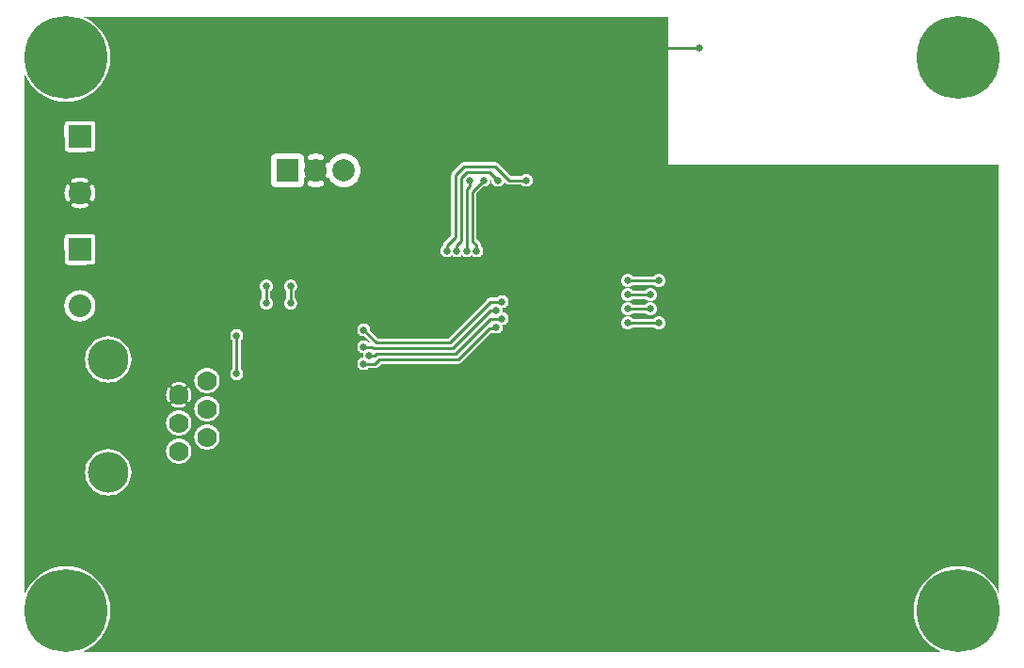
<source format=gbr>
G04 start of page 3 for group 1 idx 1 *
G04 Title: (unknown), bottom *
G04 Creator: pcb 20140316 *
G04 CreationDate: Wed 03 Jan 2018 04:45:06 AM GMT UTC *
G04 For: railfan *
G04 Format: Gerber/RS-274X *
G04 PCB-Dimensions (mil): 3500.00 2300.00 *
G04 PCB-Coordinate-Origin: lower left *
%MOIN*%
%FSLAX25Y25*%
%LNBOTTOM*%
%ADD54C,0.0480*%
%ADD53C,0.1280*%
%ADD52C,0.1285*%
%ADD51C,0.0450*%
%ADD50C,0.0300*%
%ADD49C,0.0120*%
%ADD48C,0.0260*%
%ADD47C,0.0800*%
%ADD46C,0.1440*%
%ADD45C,0.2937*%
%ADD44C,0.0787*%
%ADD43C,0.0700*%
%ADD42C,0.0100*%
%ADD41C,0.0001*%
G54D41*G36*
X221496Y227500D02*X230500D01*
Y175000D01*
X347500D01*
Y22978D01*
X347018Y24142D01*
X345728Y26247D01*
X344124Y28124D01*
X342247Y29728D01*
X340142Y31018D01*
X337862Y31962D01*
X335461Y32539D01*
X333000Y32732D01*
X330539Y32539D01*
X328138Y31962D01*
X325858Y31018D01*
X323753Y29728D01*
X321876Y28124D01*
X320272Y26247D01*
X318982Y24142D01*
X318038Y21862D01*
X317461Y19461D01*
X317268Y17000D01*
X317461Y14539D01*
X318038Y12138D01*
X318982Y9858D01*
X320272Y7753D01*
X321876Y5876D01*
X323753Y4272D01*
X325858Y2982D01*
X327022Y2500D01*
X221496D01*
Y117500D01*
X225256D01*
X225369Y117369D01*
X225644Y117134D01*
X225953Y116944D01*
X226287Y116806D01*
X226639Y116721D01*
X227000Y116693D01*
X227361Y116721D01*
X227713Y116806D01*
X228047Y116944D01*
X228356Y117134D01*
X228631Y117369D01*
X228866Y117644D01*
X229056Y117953D01*
X229194Y118287D01*
X229279Y118639D01*
X229300Y119000D01*
X229279Y119361D01*
X229194Y119713D01*
X229056Y120047D01*
X228866Y120356D01*
X228631Y120631D01*
X228356Y120866D01*
X228047Y121056D01*
X227713Y121194D01*
X227361Y121279D01*
X227000Y121307D01*
X226639Y121279D01*
X226287Y121194D01*
X225953Y121056D01*
X225644Y120866D01*
X225369Y120631D01*
X225256Y120500D01*
X221496D01*
Y122500D01*
X222256D01*
X222369Y122369D01*
X222644Y122134D01*
X222953Y121944D01*
X223287Y121806D01*
X223639Y121721D01*
X224000Y121693D01*
X224361Y121721D01*
X224713Y121806D01*
X225047Y121944D01*
X225356Y122134D01*
X225631Y122369D01*
X225866Y122644D01*
X226056Y122953D01*
X226194Y123287D01*
X226279Y123639D01*
X226300Y124000D01*
X226279Y124361D01*
X226194Y124713D01*
X226056Y125047D01*
X225866Y125356D01*
X225631Y125631D01*
X225356Y125866D01*
X225047Y126056D01*
X224713Y126194D01*
X224361Y126279D01*
X224000Y126307D01*
X223639Y126279D01*
X223287Y126194D01*
X222953Y126056D01*
X222644Y125866D01*
X222369Y125631D01*
X222256Y125500D01*
X221496D01*
Y127500D01*
X222256D01*
X222369Y127369D01*
X222644Y127134D01*
X222953Y126944D01*
X223287Y126806D01*
X223639Y126721D01*
X224000Y126693D01*
X224361Y126721D01*
X224713Y126806D01*
X225047Y126944D01*
X225356Y127134D01*
X225631Y127369D01*
X225866Y127644D01*
X226056Y127953D01*
X226194Y128287D01*
X226279Y128639D01*
X226300Y129000D01*
X226279Y129361D01*
X226194Y129713D01*
X226056Y130047D01*
X225866Y130356D01*
X225631Y130631D01*
X225356Y130866D01*
X225047Y131056D01*
X224713Y131194D01*
X224361Y131279D01*
X224000Y131307D01*
X223639Y131279D01*
X223287Y131194D01*
X222953Y131056D01*
X222644Y130866D01*
X222369Y130631D01*
X222256Y130500D01*
X221496D01*
Y132500D01*
X225256D01*
X225369Y132369D01*
X225644Y132134D01*
X225953Y131944D01*
X226287Y131806D01*
X226639Y131721D01*
X227000Y131693D01*
X227361Y131721D01*
X227713Y131806D01*
X228047Y131944D01*
X228356Y132134D01*
X228631Y132369D01*
X228866Y132644D01*
X229056Y132953D01*
X229194Y133287D01*
X229279Y133639D01*
X229300Y134000D01*
X229279Y134361D01*
X229194Y134713D01*
X229056Y135047D01*
X228866Y135356D01*
X228631Y135631D01*
X228356Y135866D01*
X228047Y136056D01*
X227713Y136194D01*
X227361Y136279D01*
X227000Y136307D01*
X226639Y136279D01*
X226287Y136194D01*
X225953Y136056D01*
X225644Y135866D01*
X225369Y135631D01*
X225256Y135500D01*
X221496D01*
Y227500D01*
G37*
G36*
X165996D02*X221496D01*
Y135500D01*
X217744D01*
X217631Y135631D01*
X217356Y135866D01*
X217047Y136056D01*
X216713Y136194D01*
X216361Y136279D01*
X216000Y136307D01*
X215639Y136279D01*
X215287Y136194D01*
X214953Y136056D01*
X214644Y135866D01*
X214369Y135631D01*
X214134Y135356D01*
X213944Y135047D01*
X213806Y134713D01*
X213721Y134361D01*
X213693Y134000D01*
X213721Y133639D01*
X213806Y133287D01*
X213944Y132953D01*
X214134Y132644D01*
X214369Y132369D01*
X214644Y132134D01*
X214953Y131944D01*
X215287Y131806D01*
X215639Y131721D01*
X216000Y131693D01*
X216361Y131721D01*
X216713Y131806D01*
X217047Y131944D01*
X217356Y132134D01*
X217631Y132369D01*
X217744Y132500D01*
X221496D01*
Y130500D01*
X217744D01*
X217631Y130631D01*
X217356Y130866D01*
X217047Y131056D01*
X216713Y131194D01*
X216361Y131279D01*
X216000Y131307D01*
X215639Y131279D01*
X215287Y131194D01*
X214953Y131056D01*
X214644Y130866D01*
X214369Y130631D01*
X214134Y130356D01*
X213944Y130047D01*
X213806Y129713D01*
X213721Y129361D01*
X213693Y129000D01*
X213721Y128639D01*
X213806Y128287D01*
X213944Y127953D01*
X214134Y127644D01*
X214369Y127369D01*
X214644Y127134D01*
X214953Y126944D01*
X215287Y126806D01*
X215639Y126721D01*
X216000Y126693D01*
X216361Y126721D01*
X216713Y126806D01*
X217047Y126944D01*
X217356Y127134D01*
X217631Y127369D01*
X217744Y127500D01*
X221496D01*
Y125500D01*
X217744D01*
X217631Y125631D01*
X217356Y125866D01*
X217047Y126056D01*
X216713Y126194D01*
X216361Y126279D01*
X216000Y126307D01*
X215639Y126279D01*
X215287Y126194D01*
X214953Y126056D01*
X214644Y125866D01*
X214369Y125631D01*
X214134Y125356D01*
X213944Y125047D01*
X213806Y124713D01*
X213721Y124361D01*
X213693Y124000D01*
X213721Y123639D01*
X213806Y123287D01*
X213944Y122953D01*
X214134Y122644D01*
X214369Y122369D01*
X214644Y122134D01*
X214953Y121944D01*
X215287Y121806D01*
X215639Y121721D01*
X216000Y121693D01*
X216361Y121721D01*
X216713Y121806D01*
X217047Y121944D01*
X217356Y122134D01*
X217631Y122369D01*
X217744Y122500D01*
X221496D01*
Y120500D01*
X217744D01*
X217631Y120631D01*
X217356Y120866D01*
X217047Y121056D01*
X216713Y121194D01*
X216361Y121279D01*
X216000Y121307D01*
X215639Y121279D01*
X215287Y121194D01*
X214953Y121056D01*
X214644Y120866D01*
X214369Y120631D01*
X214134Y120356D01*
X213944Y120047D01*
X213806Y119713D01*
X213721Y119361D01*
X213693Y119000D01*
X213721Y118639D01*
X213806Y118287D01*
X213944Y117953D01*
X214134Y117644D01*
X214369Y117369D01*
X214644Y117134D01*
X214953Y116944D01*
X215287Y116806D01*
X215639Y116721D01*
X216000Y116693D01*
X216361Y116721D01*
X216713Y116806D01*
X217047Y116944D01*
X217356Y117134D01*
X217631Y117369D01*
X217744Y117500D01*
X221496D01*
Y2500D01*
X165996D01*
Y113875D01*
X167621Y115500D01*
X168362D01*
X168453Y115444D01*
X168787Y115306D01*
X169139Y115221D01*
X169500Y115193D01*
X169861Y115221D01*
X170213Y115306D01*
X170547Y115444D01*
X170856Y115634D01*
X171131Y115869D01*
X171366Y116144D01*
X171556Y116453D01*
X171694Y116787D01*
X171779Y117139D01*
X171800Y117500D01*
X171779Y117861D01*
X171695Y118208D01*
X171861Y118221D01*
X172213Y118306D01*
X172547Y118444D01*
X172856Y118634D01*
X173131Y118869D01*
X173366Y119144D01*
X173556Y119453D01*
X173694Y119787D01*
X173779Y120139D01*
X173800Y120500D01*
X173779Y120861D01*
X173694Y121213D01*
X173556Y121547D01*
X173366Y121856D01*
X173131Y122131D01*
X172856Y122366D01*
X172547Y122556D01*
X172213Y122694D01*
X171861Y122779D01*
X171695Y122792D01*
X171779Y123139D01*
X171800Y123500D01*
X171779Y123861D01*
X171695Y124208D01*
X171861Y124221D01*
X172213Y124306D01*
X172547Y124444D01*
X172856Y124634D01*
X173131Y124869D01*
X173366Y125144D01*
X173556Y125453D01*
X173694Y125787D01*
X173779Y126139D01*
X173800Y126500D01*
X173779Y126861D01*
X173694Y127213D01*
X173556Y127547D01*
X173366Y127856D01*
X173131Y128131D01*
X172856Y128366D01*
X172547Y128556D01*
X172213Y128694D01*
X171861Y128779D01*
X171500Y128807D01*
X171139Y128779D01*
X170787Y128694D01*
X170453Y128556D01*
X170144Y128366D01*
X169869Y128131D01*
X169756Y128000D01*
X167559D01*
X167500Y128005D01*
X167265Y127986D01*
X167035Y127931D01*
X166817Y127841D01*
X166616Y127717D01*
X166615Y127717D01*
X166436Y127564D01*
X166398Y127519D01*
X165996Y127118D01*
Y167423D01*
X166047Y167444D01*
X166356Y167634D01*
X166631Y167869D01*
X166866Y168144D01*
X167056Y168453D01*
X167194Y168787D01*
X167279Y169139D01*
X167300Y169500D01*
X167279Y169861D01*
X167203Y170176D01*
X167706Y169672D01*
X167693Y169500D01*
X167721Y169139D01*
X167806Y168787D01*
X167944Y168453D01*
X168134Y168144D01*
X168369Y167869D01*
X168644Y167634D01*
X168953Y167444D01*
X169287Y167306D01*
X169639Y167221D01*
X170000Y167193D01*
X170361Y167221D01*
X170713Y167306D01*
X171047Y167444D01*
X171356Y167634D01*
X171631Y167869D01*
X171866Y168144D01*
X172056Y168453D01*
X172194Y168787D01*
X172271Y169108D01*
X172898Y168481D01*
X172936Y168436D01*
X173116Y168283D01*
X173317Y168159D01*
X173535Y168069D01*
X173765Y168014D01*
X174000Y167995D01*
X174059Y168000D01*
X178256D01*
X178369Y167869D01*
X178644Y167634D01*
X178953Y167444D01*
X179287Y167306D01*
X179639Y167221D01*
X180000Y167193D01*
X180361Y167221D01*
X180713Y167306D01*
X181047Y167444D01*
X181356Y167634D01*
X181631Y167869D01*
X181866Y168144D01*
X182056Y168453D01*
X182194Y168787D01*
X182279Y169139D01*
X182300Y169500D01*
X182279Y169861D01*
X182194Y170213D01*
X182056Y170547D01*
X181866Y170856D01*
X181631Y171131D01*
X181356Y171366D01*
X181047Y171556D01*
X180713Y171694D01*
X180361Y171779D01*
X180000Y171807D01*
X179639Y171779D01*
X179287Y171694D01*
X178953Y171556D01*
X178644Y171366D01*
X178369Y171131D01*
X178256Y171000D01*
X174621D01*
X170102Y175519D01*
X170064Y175564D01*
X169884Y175717D01*
X169683Y175841D01*
X169465Y175931D01*
X169235Y175986D01*
X169235Y175986D01*
X169000Y176005D01*
X168941Y176000D01*
X165996D01*
Y227500D01*
G37*
G36*
Y2500D02*X146996D01*
Y104500D01*
X155941D01*
X156000Y104495D01*
X156235Y104514D01*
X156235Y104514D01*
X156465Y104569D01*
X156683Y104659D01*
X156884Y104783D01*
X157064Y104936D01*
X157102Y104981D01*
X165996Y113875D01*
Y2500D01*
G37*
G36*
X146996Y227500D02*X165996D01*
Y176000D01*
X158059D01*
X158000Y176005D01*
X157765Y175986D01*
X157535Y175931D01*
X157317Y175841D01*
X157116Y175717D01*
X157115Y175717D01*
X156936Y175564D01*
X156898Y175519D01*
X153981Y172602D01*
X153936Y172564D01*
X153783Y172384D01*
X153659Y172183D01*
X153569Y171965D01*
X153514Y171735D01*
X153514Y171735D01*
X153495Y171500D01*
X153500Y171441D01*
Y150121D01*
X150981Y147602D01*
X150936Y147564D01*
X150783Y147384D01*
X150659Y147183D01*
X150569Y146965D01*
X150514Y146735D01*
X150514Y146735D01*
X150495Y146500D01*
X150500Y146441D01*
Y146244D01*
X150369Y146131D01*
X150134Y145856D01*
X149944Y145547D01*
X149806Y145213D01*
X149721Y144861D01*
X149693Y144500D01*
X149721Y144139D01*
X149806Y143787D01*
X149944Y143453D01*
X150134Y143144D01*
X150369Y142869D01*
X150644Y142634D01*
X150953Y142444D01*
X151287Y142306D01*
X151639Y142221D01*
X152000Y142193D01*
X152361Y142221D01*
X152713Y142306D01*
X153047Y142444D01*
X153356Y142634D01*
X153631Y142869D01*
X153750Y143008D01*
X153869Y142869D01*
X154144Y142634D01*
X154453Y142444D01*
X154787Y142306D01*
X155139Y142221D01*
X155500Y142193D01*
X155861Y142221D01*
X156213Y142306D01*
X156547Y142444D01*
X156856Y142634D01*
X157131Y142869D01*
X157250Y143008D01*
X157369Y142869D01*
X157644Y142634D01*
X157953Y142444D01*
X158287Y142306D01*
X158639Y142221D01*
X159000Y142193D01*
X159361Y142221D01*
X159713Y142306D01*
X160047Y142444D01*
X160356Y142634D01*
X160631Y142869D01*
X160750Y143008D01*
X160869Y142869D01*
X161144Y142634D01*
X161453Y142444D01*
X161787Y142306D01*
X162139Y142221D01*
X162500Y142193D01*
X162861Y142221D01*
X163213Y142306D01*
X163547Y142444D01*
X163856Y142634D01*
X164131Y142869D01*
X164366Y143144D01*
X164556Y143453D01*
X164694Y143787D01*
X164779Y144139D01*
X164800Y144500D01*
X164779Y144861D01*
X164694Y145213D01*
X164556Y145547D01*
X164366Y145856D01*
X164131Y146131D01*
X164000Y146244D01*
Y146441D01*
X164005Y146500D01*
X163986Y146735D01*
X163931Y146965D01*
X163841Y147183D01*
X163717Y147384D01*
X163564Y147564D01*
X163519Y147602D01*
X162500Y148621D01*
Y164879D01*
X164828Y167206D01*
X165000Y167193D01*
X165361Y167221D01*
X165713Y167306D01*
X165996Y167423D01*
Y127118D01*
X152379Y113500D01*
X146996D01*
Y227500D01*
G37*
G36*
X115258D02*X146996D01*
Y113500D01*
X127621D01*
X124790Y116331D01*
X124800Y116500D01*
X124779Y116861D01*
X124694Y117213D01*
X124556Y117547D01*
X124366Y117856D01*
X124131Y118131D01*
X123856Y118366D01*
X123547Y118556D01*
X123213Y118694D01*
X122861Y118779D01*
X122500Y118807D01*
X122139Y118779D01*
X121787Y118694D01*
X121453Y118556D01*
X121144Y118366D01*
X120869Y118131D01*
X120634Y117856D01*
X120444Y117547D01*
X120306Y117213D01*
X120221Y116861D01*
X120193Y116500D01*
X120221Y116139D01*
X120306Y115787D01*
X120444Y115453D01*
X120634Y115144D01*
X120869Y114869D01*
X121144Y114634D01*
X121453Y114444D01*
X121787Y114306D01*
X122139Y114221D01*
X122500Y114193D01*
X122672Y114206D01*
X124879Y112000D01*
X124244D01*
X124131Y112131D01*
X123856Y112366D01*
X123547Y112556D01*
X123213Y112694D01*
X122861Y112779D01*
X122500Y112807D01*
X122139Y112779D01*
X121787Y112694D01*
X121453Y112556D01*
X121144Y112366D01*
X120869Y112131D01*
X120634Y111856D01*
X120444Y111547D01*
X120306Y111213D01*
X120221Y110861D01*
X120193Y110500D01*
X120221Y110139D01*
X120306Y109787D01*
X120444Y109453D01*
X120634Y109144D01*
X120869Y108869D01*
X121144Y108634D01*
X121453Y108444D01*
X121787Y108306D01*
X122139Y108221D01*
X122305Y108208D01*
X122221Y107861D01*
X122193Y107500D01*
X122221Y107139D01*
X122305Y106792D01*
X122139Y106779D01*
X121787Y106694D01*
X121453Y106556D01*
X121144Y106366D01*
X120869Y106131D01*
X120634Y105856D01*
X120444Y105547D01*
X120306Y105213D01*
X120221Y104861D01*
X120193Y104500D01*
X120221Y104139D01*
X120306Y103787D01*
X120444Y103453D01*
X120634Y103144D01*
X120869Y102869D01*
X121144Y102634D01*
X121453Y102444D01*
X121787Y102306D01*
X122139Y102221D01*
X122500Y102193D01*
X122861Y102221D01*
X123213Y102306D01*
X123547Y102444D01*
X123856Y102634D01*
X124131Y102869D01*
X124244Y103000D01*
X126441D01*
X126500Y102995D01*
X126735Y103014D01*
X126735Y103014D01*
X126965Y103069D01*
X127183Y103159D01*
X127384Y103283D01*
X127564Y103436D01*
X127602Y103481D01*
X128621Y104500D01*
X146996D01*
Y2500D01*
X115258D01*
Y167064D01*
X115500Y167045D01*
X116432Y167118D01*
X117340Y167336D01*
X118204Y167694D01*
X119000Y168182D01*
X119711Y168789D01*
X120318Y169500D01*
X120806Y170296D01*
X121164Y171160D01*
X121382Y172068D01*
X121437Y173000D01*
X121382Y173932D01*
X121164Y174840D01*
X120806Y175704D01*
X120318Y176500D01*
X119711Y177211D01*
X119000Y177818D01*
X118204Y178306D01*
X117340Y178664D01*
X116432Y178882D01*
X115500Y178955D01*
X115258Y178936D01*
Y227500D01*
G37*
G36*
X105502D02*X115258D01*
Y178936D01*
X114568Y178882D01*
X113660Y178664D01*
X112796Y178306D01*
X112000Y177818D01*
X111289Y177211D01*
X110682Y176500D01*
X110265Y175821D01*
X110176Y175836D01*
X110018Y175838D01*
X109861Y175815D01*
X109710Y175768D01*
X109569Y175698D01*
X109439Y175607D01*
X109326Y175496D01*
X109232Y175370D01*
X109158Y175230D01*
X109108Y175080D01*
X109081Y174924D01*
X109079Y174766D01*
X109102Y174610D01*
X109152Y174460D01*
X109278Y174108D01*
X109366Y173744D01*
X109419Y173374D01*
X109437Y173000D01*
X109419Y172626D01*
X109366Y172256D01*
X109278Y171892D01*
X109156Y171539D01*
X109106Y171389D01*
X109083Y171234D01*
X109085Y171076D01*
X109112Y170921D01*
X109162Y170772D01*
X109236Y170633D01*
X109330Y170507D01*
X109442Y170397D01*
X109571Y170306D01*
X109712Y170236D01*
X109862Y170189D01*
X110018Y170167D01*
X110175Y170168D01*
X110263Y170183D01*
X110682Y169500D01*
X111289Y168789D01*
X112000Y168182D01*
X112796Y167694D01*
X113660Y167336D01*
X114568Y167118D01*
X115258Y167064D01*
Y2500D01*
X105502D01*
Y167056D01*
X106064Y167083D01*
X106623Y167163D01*
X107172Y167296D01*
X107706Y167481D01*
X107848Y167550D01*
X107977Y167642D01*
X108091Y167752D01*
X108185Y167879D01*
X108259Y168019D01*
X108309Y168168D01*
X108336Y168324D01*
X108338Y168482D01*
X108315Y168639D01*
X108268Y168790D01*
X108198Y168931D01*
X108107Y169061D01*
X107996Y169174D01*
X107870Y169268D01*
X107730Y169342D01*
X107580Y169392D01*
X107424Y169419D01*
X107266Y169421D01*
X107110Y169398D01*
X106960Y169348D01*
X106608Y169222D01*
X106244Y169134D01*
X105874Y169081D01*
X105502Y169063D01*
Y176937D01*
X105874Y176919D01*
X106244Y176866D01*
X106608Y176778D01*
X106961Y176656D01*
X107111Y176606D01*
X107266Y176583D01*
X107424Y176585D01*
X107579Y176612D01*
X107728Y176662D01*
X107867Y176736D01*
X107993Y176830D01*
X108103Y176942D01*
X108194Y177071D01*
X108264Y177212D01*
X108311Y177362D01*
X108333Y177518D01*
X108332Y177675D01*
X108305Y177831D01*
X108254Y177980D01*
X108181Y178119D01*
X108087Y178245D01*
X107975Y178355D01*
X107846Y178446D01*
X107704Y178513D01*
X107172Y178704D01*
X106623Y178837D01*
X106064Y178917D01*
X105502Y178944D01*
Y227500D01*
G37*
G36*
X96571D02*X105502D01*
Y178944D01*
X105500Y178944D01*
X104936Y178917D01*
X104377Y178837D01*
X103828Y178704D01*
X103294Y178519D01*
X103152Y178450D01*
X103023Y178358D01*
X102909Y178248D01*
X102815Y178121D01*
X102741Y177981D01*
X102691Y177832D01*
X102664Y177676D01*
X102662Y177518D01*
X102685Y177361D01*
X102732Y177210D01*
X102802Y177069D01*
X102893Y176939D01*
X103004Y176826D01*
X103130Y176732D01*
X103270Y176658D01*
X103420Y176608D01*
X103576Y176581D01*
X103734Y176579D01*
X103890Y176602D01*
X104040Y176652D01*
X104392Y176778D01*
X104756Y176866D01*
X105126Y176919D01*
X105500Y176937D01*
X105502Y176937D01*
Y169063D01*
X105500Y169063D01*
X105126Y169081D01*
X104756Y169134D01*
X104392Y169222D01*
X104039Y169344D01*
X103889Y169394D01*
X103734Y169417D01*
X103576Y169415D01*
X103421Y169388D01*
X103272Y169338D01*
X103133Y169264D01*
X103007Y169170D01*
X102897Y169058D01*
X102806Y168929D01*
X102736Y168788D01*
X102689Y168638D01*
X102667Y168482D01*
X102668Y168325D01*
X102695Y168169D01*
X102746Y168020D01*
X102819Y167881D01*
X102913Y167755D01*
X103025Y167645D01*
X103154Y167554D01*
X103296Y167487D01*
X103828Y167296D01*
X104377Y167163D01*
X104936Y167083D01*
X105500Y167056D01*
X105502Y167056D01*
Y2500D01*
X96571D01*
Y123693D01*
X96575Y123693D01*
X96936Y123721D01*
X97288Y123806D01*
X97622Y123944D01*
X97931Y124134D01*
X98206Y124369D01*
X98441Y124644D01*
X98631Y124953D01*
X98769Y125287D01*
X98854Y125639D01*
X98875Y126000D01*
X98854Y126361D01*
X98769Y126713D01*
X98631Y127047D01*
X98441Y127356D01*
X98206Y127631D01*
X98075Y127744D01*
Y130256D01*
X98206Y130369D01*
X98441Y130644D01*
X98631Y130953D01*
X98769Y131287D01*
X98854Y131639D01*
X98875Y132000D01*
X98854Y132361D01*
X98769Y132713D01*
X98631Y133047D01*
X98441Y133356D01*
X98206Y133631D01*
X97931Y133866D01*
X97622Y134056D01*
X97288Y134194D01*
X96936Y134279D01*
X96575Y134307D01*
X96571Y134307D01*
Y167074D01*
X99751Y167082D01*
X100057Y167155D01*
X100348Y167275D01*
X100616Y167440D01*
X100856Y167644D01*
X101060Y167884D01*
X101225Y168152D01*
X101345Y168443D01*
X101418Y168749D01*
X101437Y169063D01*
X101434Y170304D01*
X101561Y170393D01*
X101674Y170504D01*
X101768Y170630D01*
X101842Y170770D01*
X101892Y170920D01*
X101919Y171076D01*
X101921Y171234D01*
X101898Y171390D01*
X101848Y171540D01*
X101722Y171892D01*
X101634Y172256D01*
X101581Y172626D01*
X101563Y173000D01*
X101581Y173374D01*
X101634Y173744D01*
X101722Y174108D01*
X101844Y174461D01*
X101894Y174611D01*
X101917Y174766D01*
X101915Y174924D01*
X101888Y175079D01*
X101838Y175228D01*
X101764Y175367D01*
X101670Y175493D01*
X101558Y175603D01*
X101429Y175694D01*
X101422Y175698D01*
X101418Y177251D01*
X101345Y177557D01*
X101225Y177848D01*
X101060Y178116D01*
X100856Y178356D01*
X100616Y178560D01*
X100348Y178725D01*
X100057Y178845D01*
X99751Y178918D01*
X99437Y178937D01*
X96571Y178931D01*
Y227500D01*
G37*
G36*
X87996D02*X96571D01*
Y178931D01*
X91249Y178918D01*
X90943Y178845D01*
X90652Y178725D01*
X90384Y178560D01*
X90144Y178356D01*
X89940Y178116D01*
X89775Y177848D01*
X89655Y177557D01*
X89582Y177251D01*
X89563Y176937D01*
X89582Y168749D01*
X89655Y168443D01*
X89775Y168152D01*
X89940Y167884D01*
X90144Y167644D01*
X90384Y167440D01*
X90652Y167275D01*
X90943Y167155D01*
X91249Y167082D01*
X91563Y167063D01*
X96571Y167074D01*
Y134307D01*
X96214Y134279D01*
X95862Y134194D01*
X95528Y134056D01*
X95219Y133866D01*
X94944Y133631D01*
X94709Y133356D01*
X94519Y133047D01*
X94381Y132713D01*
X94296Y132361D01*
X94268Y132000D01*
X94296Y131639D01*
X94381Y131287D01*
X94519Y130953D01*
X94709Y130644D01*
X94944Y130369D01*
X95075Y130256D01*
Y127744D01*
X94944Y127631D01*
X94709Y127356D01*
X94519Y127047D01*
X94381Y126713D01*
X94296Y126361D01*
X94268Y126000D01*
X94296Y125639D01*
X94381Y125287D01*
X94519Y124953D01*
X94709Y124644D01*
X94944Y124369D01*
X95219Y124134D01*
X95528Y123944D01*
X95862Y123806D01*
X96214Y123721D01*
X96571Y123693D01*
Y2500D01*
X87996D01*
Y123693D01*
X88000Y123693D01*
X88361Y123721D01*
X88713Y123806D01*
X89047Y123944D01*
X89356Y124134D01*
X89631Y124369D01*
X89866Y124644D01*
X90056Y124953D01*
X90194Y125287D01*
X90279Y125639D01*
X90300Y126000D01*
X90279Y126361D01*
X90194Y126713D01*
X90056Y127047D01*
X89866Y127356D01*
X89631Y127631D01*
X89500Y127744D01*
Y130256D01*
X89631Y130369D01*
X89866Y130644D01*
X90056Y130953D01*
X90194Y131287D01*
X90279Y131639D01*
X90300Y132000D01*
X90279Y132361D01*
X90194Y132713D01*
X90056Y133047D01*
X89866Y133356D01*
X89631Y133631D01*
X89356Y133866D01*
X89047Y134056D01*
X88713Y134194D01*
X88361Y134279D01*
X88000Y134307D01*
X87996Y134307D01*
Y227500D01*
G37*
G36*
X77496D02*X87996D01*
Y134307D01*
X87639Y134279D01*
X87287Y134194D01*
X86953Y134056D01*
X86644Y133866D01*
X86369Y133631D01*
X86134Y133356D01*
X85944Y133047D01*
X85806Y132713D01*
X85721Y132361D01*
X85693Y132000D01*
X85721Y131639D01*
X85806Y131287D01*
X85944Y130953D01*
X86134Y130644D01*
X86369Y130369D01*
X86500Y130256D01*
Y127744D01*
X86369Y127631D01*
X86134Y127356D01*
X85944Y127047D01*
X85806Y126713D01*
X85721Y126361D01*
X85693Y126000D01*
X85721Y125639D01*
X85806Y125287D01*
X85944Y124953D01*
X86134Y124644D01*
X86369Y124369D01*
X86644Y124134D01*
X86953Y123944D01*
X87287Y123806D01*
X87639Y123721D01*
X87996Y123693D01*
Y2500D01*
X77496D01*
Y98693D01*
X77500Y98693D01*
X77861Y98721D01*
X78213Y98806D01*
X78547Y98944D01*
X78856Y99134D01*
X79131Y99369D01*
X79366Y99644D01*
X79556Y99953D01*
X79694Y100287D01*
X79779Y100639D01*
X79800Y101000D01*
X79779Y101361D01*
X79694Y101713D01*
X79556Y102047D01*
X79366Y102356D01*
X79131Y102631D01*
X79000Y102744D01*
Y112756D01*
X79131Y112869D01*
X79366Y113144D01*
X79556Y113453D01*
X79694Y113787D01*
X79779Y114139D01*
X79800Y114500D01*
X79779Y114861D01*
X79694Y115213D01*
X79556Y115547D01*
X79366Y115856D01*
X79131Y116131D01*
X78856Y116366D01*
X78547Y116556D01*
X78213Y116694D01*
X77861Y116779D01*
X77500Y116807D01*
X77496Y116807D01*
Y227500D01*
G37*
G36*
X66993D02*X77496D01*
Y116807D01*
X77139Y116779D01*
X76787Y116694D01*
X76453Y116556D01*
X76144Y116366D01*
X75869Y116131D01*
X75634Y115856D01*
X75444Y115547D01*
X75306Y115213D01*
X75221Y114861D01*
X75193Y114500D01*
X75221Y114139D01*
X75306Y113787D01*
X75444Y113453D01*
X75634Y113144D01*
X75869Y112869D01*
X76000Y112756D01*
Y102744D01*
X75869Y102631D01*
X75634Y102356D01*
X75444Y102047D01*
X75306Y101713D01*
X75221Y101361D01*
X75193Y101000D01*
X75221Y100639D01*
X75306Y100287D01*
X75444Y99953D01*
X75634Y99644D01*
X75869Y99369D01*
X76144Y99134D01*
X76453Y98944D01*
X76787Y98806D01*
X77139Y98721D01*
X77496Y98693D01*
Y2500D01*
X66993D01*
Y73987D01*
X67000Y73986D01*
X67706Y74042D01*
X68395Y74207D01*
X69049Y74478D01*
X69653Y74848D01*
X70192Y75308D01*
X70652Y75847D01*
X71022Y76451D01*
X71293Y77105D01*
X71458Y77794D01*
X71500Y78500D01*
X71458Y79206D01*
X71293Y79895D01*
X71022Y80549D01*
X70652Y81153D01*
X70192Y81692D01*
X69653Y82152D01*
X69049Y82522D01*
X68395Y82793D01*
X67706Y82958D01*
X67000Y83014D01*
X66993Y83013D01*
Y83987D01*
X67000Y83986D01*
X67706Y84042D01*
X68395Y84207D01*
X69049Y84478D01*
X69653Y84848D01*
X70192Y85308D01*
X70652Y85847D01*
X71022Y86451D01*
X71293Y87105D01*
X71458Y87794D01*
X71500Y88500D01*
X71458Y89206D01*
X71293Y89895D01*
X71022Y90549D01*
X70652Y91153D01*
X70192Y91692D01*
X69653Y92152D01*
X69049Y92522D01*
X68395Y92793D01*
X67706Y92958D01*
X67000Y93014D01*
X66993Y93013D01*
Y93987D01*
X67000Y93986D01*
X67706Y94042D01*
X68395Y94207D01*
X69049Y94478D01*
X69653Y94848D01*
X70192Y95308D01*
X70652Y95847D01*
X71022Y96451D01*
X71293Y97105D01*
X71458Y97794D01*
X71500Y98500D01*
X71458Y99206D01*
X71293Y99895D01*
X71022Y100549D01*
X70652Y101153D01*
X70192Y101692D01*
X69653Y102152D01*
X69049Y102522D01*
X68395Y102793D01*
X67706Y102958D01*
X67000Y103014D01*
X66993Y103013D01*
Y227500D01*
G37*
G36*
X60720D02*X66993D01*
Y103013D01*
X66294Y102958D01*
X65605Y102793D01*
X64951Y102522D01*
X64347Y102152D01*
X63808Y101692D01*
X63348Y101153D01*
X62978Y100549D01*
X62707Y99895D01*
X62542Y99206D01*
X62486Y98500D01*
X62542Y97794D01*
X62707Y97105D01*
X62978Y96451D01*
X63348Y95847D01*
X63808Y95308D01*
X64347Y94848D01*
X64951Y94478D01*
X65605Y94207D01*
X66294Y94042D01*
X66993Y93987D01*
Y93013D01*
X66294Y92958D01*
X65605Y92793D01*
X64951Y92522D01*
X64347Y92152D01*
X63808Y91692D01*
X63348Y91153D01*
X62978Y90549D01*
X62707Y89895D01*
X62542Y89206D01*
X62486Y88500D01*
X62542Y87794D01*
X62707Y87105D01*
X62978Y86451D01*
X63348Y85847D01*
X63808Y85308D01*
X64347Y84848D01*
X64951Y84478D01*
X65605Y84207D01*
X66294Y84042D01*
X66993Y83987D01*
Y83013D01*
X66294Y82958D01*
X65605Y82793D01*
X64951Y82522D01*
X64347Y82152D01*
X63808Y81692D01*
X63348Y81153D01*
X62978Y80549D01*
X62707Y79895D01*
X62542Y79206D01*
X62486Y78500D01*
X62542Y77794D01*
X62707Y77105D01*
X62978Y76451D01*
X63348Y75847D01*
X63808Y75308D01*
X64347Y74848D01*
X64951Y74478D01*
X65605Y74207D01*
X66294Y74042D01*
X66993Y73987D01*
Y2500D01*
X60720D01*
Y70959D01*
X61022Y71451D01*
X61293Y72105D01*
X61458Y72794D01*
X61500Y73500D01*
X61458Y74206D01*
X61293Y74895D01*
X61022Y75549D01*
X60720Y76041D01*
Y80959D01*
X61022Y81451D01*
X61293Y82105D01*
X61458Y82794D01*
X61500Y83500D01*
X61458Y84206D01*
X61293Y84895D01*
X61022Y85549D01*
X60720Y86041D01*
Y91044D01*
X60771Y91083D01*
X60826Y91139D01*
X60870Y91204D01*
X61064Y91556D01*
X61221Y91926D01*
X61344Y92309D01*
X61433Y92700D01*
X61487Y93099D01*
X61504Y93500D01*
X61487Y93901D01*
X61433Y94300D01*
X61344Y94691D01*
X61221Y95074D01*
X61064Y95444D01*
X60874Y95798D01*
X60829Y95863D01*
X60774Y95920D01*
X60720Y95960D01*
Y227500D01*
G37*
G36*
Y76041D02*X60652Y76153D01*
X60192Y76692D01*
X59653Y77152D01*
X59049Y77522D01*
X58395Y77793D01*
X57706Y77958D01*
X57002Y78014D01*
Y78986D01*
X57706Y79042D01*
X58395Y79207D01*
X59049Y79478D01*
X59653Y79848D01*
X60192Y80308D01*
X60652Y80847D01*
X60720Y80959D01*
Y76041D01*
G37*
G36*
Y2500D02*X57002D01*
Y68986D01*
X57706Y69042D01*
X58395Y69207D01*
X59049Y69478D01*
X59653Y69848D01*
X60192Y70308D01*
X60652Y70847D01*
X60720Y70959D01*
Y2500D01*
G37*
G36*
X57002Y227500D02*X60720D01*
Y95960D01*
X60710Y95968D01*
X60640Y96004D01*
X60565Y96030D01*
X60487Y96044D01*
X60408Y96045D01*
X60329Y96033D01*
X60254Y96010D01*
X60183Y95975D01*
X60118Y95929D01*
X60061Y95874D01*
X60013Y95811D01*
X59976Y95741D01*
X59951Y95666D01*
X59937Y95588D01*
X59936Y95508D01*
X59948Y95430D01*
X59971Y95354D01*
X60007Y95284D01*
X60157Y95010D01*
X60279Y94723D01*
X60375Y94426D01*
X60444Y94121D01*
X60486Y93812D01*
X60500Y93500D01*
X60486Y93188D01*
X60444Y92879D01*
X60375Y92574D01*
X60279Y92277D01*
X60157Y91990D01*
X60010Y91714D01*
X59974Y91645D01*
X59951Y91569D01*
X59940Y91491D01*
X59941Y91413D01*
X59954Y91335D01*
X59980Y91261D01*
X60016Y91191D01*
X60064Y91128D01*
X60120Y91073D01*
X60184Y91028D01*
X60255Y90993D01*
X60330Y90970D01*
X60408Y90959D01*
X60487Y90960D01*
X60564Y90973D01*
X60639Y90999D01*
X60708Y91035D01*
X60720Y91044D01*
Y86041D01*
X60652Y86153D01*
X60192Y86692D01*
X59653Y87152D01*
X59049Y87522D01*
X58395Y87793D01*
X57706Y87958D01*
X57002Y88014D01*
Y88996D01*
X57401Y89013D01*
X57800Y89067D01*
X58191Y89156D01*
X58574Y89279D01*
X58944Y89436D01*
X59298Y89626D01*
X59363Y89671D01*
X59420Y89726D01*
X59468Y89790D01*
X59504Y89860D01*
X59530Y89935D01*
X59544Y90013D01*
X59545Y90092D01*
X59533Y90171D01*
X59510Y90246D01*
X59475Y90317D01*
X59429Y90382D01*
X59374Y90439D01*
X59311Y90487D01*
X59241Y90524D01*
X59166Y90549D01*
X59088Y90563D01*
X59008Y90564D01*
X58930Y90552D01*
X58854Y90529D01*
X58784Y90493D01*
X58510Y90343D01*
X58223Y90221D01*
X57926Y90125D01*
X57621Y90056D01*
X57312Y90014D01*
X57002Y90000D01*
Y97000D01*
X57312Y96986D01*
X57621Y96944D01*
X57926Y96875D01*
X58223Y96779D01*
X58510Y96657D01*
X58786Y96510D01*
X58855Y96474D01*
X58931Y96451D01*
X59009Y96440D01*
X59087Y96441D01*
X59165Y96454D01*
X59239Y96480D01*
X59309Y96516D01*
X59372Y96564D01*
X59427Y96620D01*
X59472Y96684D01*
X59507Y96755D01*
X59530Y96830D01*
X59541Y96908D01*
X59540Y96987D01*
X59527Y97064D01*
X59501Y97139D01*
X59465Y97208D01*
X59417Y97271D01*
X59361Y97326D01*
X59296Y97370D01*
X58944Y97564D01*
X58574Y97721D01*
X58191Y97844D01*
X57800Y97933D01*
X57401Y97987D01*
X57002Y98004D01*
Y227500D01*
G37*
G36*
X53280Y70959D02*X53348Y70847D01*
X53808Y70308D01*
X54347Y69848D01*
X54951Y69478D01*
X55605Y69207D01*
X56294Y69042D01*
X57000Y68986D01*
X57002Y68986D01*
Y2500D01*
X53280D01*
Y70959D01*
G37*
G36*
Y80959D02*X53348Y80847D01*
X53808Y80308D01*
X54347Y79848D01*
X54951Y79478D01*
X55605Y79207D01*
X56294Y79042D01*
X57000Y78986D01*
X57002Y78986D01*
Y78014D01*
X57000Y78014D01*
X56294Y77958D01*
X55605Y77793D01*
X54951Y77522D01*
X54347Y77152D01*
X53808Y76692D01*
X53348Y76153D01*
X53280Y76041D01*
Y80959D01*
G37*
G36*
Y227500D02*X57002D01*
Y98004D01*
X57000Y98004D01*
X56599Y97987D01*
X56200Y97933D01*
X55809Y97844D01*
X55426Y97721D01*
X55056Y97564D01*
X54702Y97374D01*
X54637Y97329D01*
X54580Y97274D01*
X54532Y97210D01*
X54496Y97140D01*
X54470Y97065D01*
X54456Y96987D01*
X54455Y96908D01*
X54467Y96829D01*
X54490Y96754D01*
X54525Y96683D01*
X54571Y96618D01*
X54626Y96561D01*
X54689Y96513D01*
X54759Y96476D01*
X54834Y96451D01*
X54912Y96437D01*
X54992Y96436D01*
X55070Y96448D01*
X55146Y96471D01*
X55216Y96507D01*
X55490Y96657D01*
X55777Y96779D01*
X56074Y96875D01*
X56379Y96944D01*
X56688Y96986D01*
X57000Y97000D01*
X57002Y97000D01*
Y90000D01*
X57000Y90000D01*
X56688Y90014D01*
X56379Y90056D01*
X56074Y90125D01*
X55777Y90221D01*
X55490Y90343D01*
X55214Y90490D01*
X55145Y90526D01*
X55069Y90549D01*
X54991Y90560D01*
X54913Y90559D01*
X54835Y90546D01*
X54761Y90520D01*
X54691Y90484D01*
X54628Y90436D01*
X54573Y90380D01*
X54528Y90316D01*
X54493Y90245D01*
X54470Y90170D01*
X54459Y90092D01*
X54460Y90013D01*
X54473Y89936D01*
X54499Y89861D01*
X54535Y89792D01*
X54583Y89729D01*
X54639Y89674D01*
X54704Y89630D01*
X55056Y89436D01*
X55426Y89279D01*
X55809Y89156D01*
X56200Y89067D01*
X56599Y89013D01*
X57000Y88996D01*
X57002Y88996D01*
Y88014D01*
X57000Y88014D01*
X56294Y87958D01*
X55605Y87793D01*
X54951Y87522D01*
X54347Y87152D01*
X53808Y86692D01*
X53348Y86153D01*
X53280Y86041D01*
Y91040D01*
X53290Y91032D01*
X53360Y90996D01*
X53435Y90970D01*
X53513Y90956D01*
X53592Y90955D01*
X53671Y90967D01*
X53746Y90990D01*
X53817Y91025D01*
X53882Y91071D01*
X53939Y91126D01*
X53987Y91189D01*
X54024Y91259D01*
X54049Y91334D01*
X54063Y91412D01*
X54064Y91492D01*
X54052Y91570D01*
X54029Y91646D01*
X53993Y91716D01*
X53843Y91990D01*
X53721Y92277D01*
X53625Y92574D01*
X53556Y92879D01*
X53514Y93188D01*
X53500Y93500D01*
X53514Y93812D01*
X53556Y94121D01*
X53625Y94426D01*
X53721Y94723D01*
X53843Y95010D01*
X53990Y95286D01*
X54026Y95355D01*
X54049Y95431D01*
X54060Y95509D01*
X54059Y95587D01*
X54046Y95665D01*
X54020Y95739D01*
X53984Y95809D01*
X53936Y95872D01*
X53880Y95927D01*
X53816Y95972D01*
X53745Y96007D01*
X53670Y96030D01*
X53592Y96041D01*
X53513Y96040D01*
X53436Y96027D01*
X53361Y96001D01*
X53292Y95965D01*
X53280Y95956D01*
Y227500D01*
G37*
G36*
X31987D02*X53280D01*
Y95956D01*
X53229Y95917D01*
X53174Y95861D01*
X53130Y95796D01*
X52936Y95444D01*
X52779Y95074D01*
X52656Y94691D01*
X52567Y94300D01*
X52513Y93901D01*
X52496Y93500D01*
X52513Y93099D01*
X52567Y92700D01*
X52656Y92309D01*
X52779Y91926D01*
X52936Y91556D01*
X53126Y91202D01*
X53171Y91137D01*
X53226Y91080D01*
X53280Y91040D01*
Y86041D01*
X52978Y85549D01*
X52707Y84895D01*
X52542Y84206D01*
X52486Y83500D01*
X52542Y82794D01*
X52707Y82105D01*
X52978Y81451D01*
X53280Y80959D01*
Y76041D01*
X52978Y75549D01*
X52707Y74895D01*
X52542Y74206D01*
X52486Y73500D01*
X52542Y72794D01*
X52707Y72105D01*
X52978Y71451D01*
X53280Y70959D01*
Y2500D01*
X31987D01*
Y12242D01*
X32539Y14539D01*
X32684Y17000D01*
X32539Y19461D01*
X31987Y21758D01*
Y57776D01*
X32000Y57775D01*
X33287Y57876D01*
X34542Y58177D01*
X35734Y58671D01*
X36835Y59346D01*
X37816Y60184D01*
X38654Y61165D01*
X39329Y62266D01*
X39823Y63458D01*
X40124Y64713D01*
X40200Y66000D01*
X40124Y67287D01*
X39823Y68542D01*
X39329Y69734D01*
X38654Y70835D01*
X37816Y71816D01*
X36835Y72654D01*
X35734Y73329D01*
X34542Y73823D01*
X33287Y74124D01*
X32000Y74225D01*
X31987Y74224D01*
Y97776D01*
X32000Y97775D01*
X33287Y97876D01*
X34542Y98177D01*
X35734Y98671D01*
X36835Y99346D01*
X37816Y100184D01*
X38654Y101165D01*
X39329Y102266D01*
X39823Y103458D01*
X40124Y104713D01*
X40200Y106000D01*
X40124Y107287D01*
X39823Y108542D01*
X39329Y109734D01*
X38654Y110835D01*
X37816Y111816D01*
X36835Y112654D01*
X35734Y113329D01*
X34542Y113823D01*
X33287Y114124D01*
X32000Y114225D01*
X31987Y114224D01*
Y208242D01*
X32539Y210539D01*
X32684Y213000D01*
X32539Y215461D01*
X31987Y217758D01*
Y227500D01*
G37*
G36*
X26493Y99920D02*X27165Y99346D01*
X28266Y98671D01*
X29458Y98177D01*
X30713Y97876D01*
X31987Y97776D01*
Y74224D01*
X30713Y74124D01*
X29458Y73823D01*
X28266Y73329D01*
X27165Y72654D01*
X26493Y72080D01*
Y99920D01*
G37*
G36*
Y121805D02*X26916Y122495D01*
X27247Y123295D01*
X27449Y124137D01*
X27500Y125000D01*
X27449Y125863D01*
X27247Y126705D01*
X26916Y127505D01*
X26493Y128195D01*
Y139580D01*
X26683Y139659D01*
X26884Y139783D01*
X27064Y139936D01*
X27217Y140116D01*
X27341Y140317D01*
X27431Y140535D01*
X27486Y140765D01*
X27500Y141000D01*
X27486Y149235D01*
X27431Y149465D01*
X27341Y149683D01*
X27217Y149884D01*
X27064Y150064D01*
X26884Y150217D01*
X26683Y150341D01*
X26493Y150420D01*
Y162145D01*
X26578Y162181D01*
X26679Y162243D01*
X26769Y162319D01*
X26845Y162409D01*
X26905Y162511D01*
X27122Y162980D01*
X27289Y163469D01*
X27409Y163972D01*
X27482Y164484D01*
X27506Y165000D01*
X27482Y165516D01*
X27409Y166028D01*
X27289Y166531D01*
X27122Y167020D01*
X26910Y167492D01*
X26849Y167593D01*
X26772Y167684D01*
X26682Y167761D01*
X26580Y167823D01*
X26493Y167860D01*
Y179580D01*
X26683Y179659D01*
X26884Y179783D01*
X27064Y179936D01*
X27217Y180116D01*
X27341Y180317D01*
X27431Y180535D01*
X27486Y180765D01*
X27500Y181000D01*
X27486Y189235D01*
X27431Y189465D01*
X27341Y189683D01*
X27217Y189884D01*
X27064Y190064D01*
X26884Y190217D01*
X26683Y190341D01*
X26493Y190420D01*
Y200482D01*
X28124Y201876D01*
X29728Y203753D01*
X31018Y205858D01*
X31962Y208138D01*
X31987Y208242D01*
Y114224D01*
X30713Y114124D01*
X29458Y113823D01*
X28266Y113329D01*
X27165Y112654D01*
X26493Y112080D01*
Y121805D01*
G37*
G36*
X31987Y21758D02*X31962Y21862D01*
X31018Y24142D01*
X29728Y26247D01*
X28124Y28124D01*
X26493Y29518D01*
Y59920D01*
X27165Y59346D01*
X28266Y58671D01*
X29458Y58177D01*
X30713Y57876D01*
X31987Y57776D01*
Y21758D01*
G37*
G36*
X26493Y190420D02*X26465Y190431D01*
X26235Y190486D01*
X26000Y190500D01*
X22000Y190493D01*
Y198095D01*
X24142Y198982D01*
X26247Y200272D01*
X26493Y200482D01*
Y190420D01*
G37*
G36*
Y150420D02*X26465Y150431D01*
X26235Y150486D01*
X26000Y150500D01*
X22000Y150493D01*
Y159494D01*
X22516Y159518D01*
X23028Y159591D01*
X23531Y159711D01*
X24020Y159878D01*
X24492Y160090D01*
X24593Y160151D01*
X24684Y160228D01*
X24761Y160318D01*
X24823Y160420D01*
X24869Y160529D01*
X24897Y160645D01*
X24906Y160763D01*
X24897Y160881D01*
X24870Y160997D01*
X24824Y161107D01*
X24762Y161208D01*
X24686Y161298D01*
X24595Y161376D01*
X24494Y161438D01*
X24385Y161484D01*
X24269Y161511D01*
X24151Y161521D01*
X24032Y161512D01*
X23917Y161484D01*
X23808Y161437D01*
X23468Y161279D01*
X23112Y161158D01*
X22747Y161070D01*
X22375Y161018D01*
X22000Y161000D01*
Y169000D01*
X22375Y168982D01*
X22747Y168930D01*
X23112Y168842D01*
X23468Y168721D01*
X23810Y168567D01*
X23918Y168520D01*
X24033Y168493D01*
X24151Y168483D01*
X24268Y168493D01*
X24383Y168521D01*
X24492Y168566D01*
X24593Y168628D01*
X24682Y168705D01*
X24759Y168795D01*
X24820Y168895D01*
X24865Y169004D01*
X24893Y169119D01*
X24902Y169237D01*
X24892Y169355D01*
X24865Y169469D01*
X24819Y169578D01*
X24757Y169679D01*
X24681Y169769D01*
X24591Y169845D01*
X24489Y169905D01*
X24020Y170122D01*
X23531Y170289D01*
X23028Y170409D01*
X22516Y170482D01*
X22000Y170506D01*
Y179507D01*
X26235Y179514D01*
X26465Y179569D01*
X26493Y179580D01*
Y167860D01*
X26471Y167869D01*
X26355Y167897D01*
X26237Y167906D01*
X26119Y167897D01*
X26003Y167870D01*
X25893Y167824D01*
X25792Y167762D01*
X25702Y167686D01*
X25624Y167595D01*
X25562Y167494D01*
X25516Y167385D01*
X25489Y167269D01*
X25479Y167151D01*
X25488Y167032D01*
X25516Y166917D01*
X25563Y166808D01*
X25721Y166468D01*
X25842Y166112D01*
X25930Y165747D01*
X25982Y165375D01*
X26000Y165000D01*
X25982Y164625D01*
X25930Y164253D01*
X25842Y163888D01*
X25721Y163532D01*
X25567Y163190D01*
X25520Y163082D01*
X25493Y162967D01*
X25483Y162849D01*
X25493Y162732D01*
X25521Y162617D01*
X25566Y162508D01*
X25628Y162407D01*
X25705Y162318D01*
X25795Y162241D01*
X25895Y162180D01*
X26004Y162135D01*
X26119Y162107D01*
X26237Y162098D01*
X26355Y162108D01*
X26469Y162135D01*
X26493Y162145D01*
Y150420D01*
G37*
G36*
Y128195D02*X26463Y128243D01*
X25901Y128901D01*
X25243Y129463D01*
X24505Y129916D01*
X23705Y130247D01*
X22863Y130449D01*
X22000Y130517D01*
Y139507D01*
X26235Y139514D01*
X26465Y139569D01*
X26493Y139580D01*
Y128195D01*
G37*
G36*
Y29518D02*X26247Y29728D01*
X24142Y31018D01*
X22000Y31905D01*
Y119483D01*
X22863Y119551D01*
X23705Y119753D01*
X24505Y120084D01*
X25243Y120537D01*
X25901Y121099D01*
X26463Y121757D01*
X26493Y121805D01*
Y112080D01*
X26184Y111816D01*
X25346Y110835D01*
X24671Y109734D01*
X24177Y108542D01*
X23876Y107287D01*
X23775Y106000D01*
X23876Y104713D01*
X24177Y103458D01*
X24671Y102266D01*
X25346Y101165D01*
X26184Y100184D01*
X26493Y99920D01*
Y72080D01*
X26184Y71816D01*
X25346Y70835D01*
X24671Y69734D01*
X24177Y68542D01*
X23876Y67287D01*
X23775Y66000D01*
X23876Y64713D01*
X24177Y63458D01*
X24671Y62266D01*
X25346Y61165D01*
X26184Y60184D01*
X26493Y59920D01*
Y29518D01*
G37*
G36*
X17507Y139580D02*X17535Y139569D01*
X17765Y139514D01*
X18000Y139500D01*
X22000Y139507D01*
Y130517D01*
X21137Y130449D01*
X20295Y130247D01*
X19495Y129916D01*
X18757Y129463D01*
X18099Y128901D01*
X17537Y128243D01*
X17507Y128195D01*
Y139580D01*
G37*
G36*
Y179580D02*X17535Y179569D01*
X17765Y179514D01*
X18000Y179500D01*
X22000Y179507D01*
Y170506D01*
X22000D01*
X21484Y170482D01*
X20972Y170409D01*
X20469Y170289D01*
X19980Y170122D01*
X19508Y169910D01*
X19407Y169849D01*
X19316Y169772D01*
X19239Y169682D01*
X19177Y169580D01*
X19131Y169471D01*
X19103Y169355D01*
X19094Y169237D01*
X19103Y169119D01*
X19130Y169003D01*
X19176Y168893D01*
X19238Y168792D01*
X19314Y168702D01*
X19405Y168624D01*
X19506Y168562D01*
X19615Y168516D01*
X19731Y168489D01*
X19849Y168479D01*
X19968Y168488D01*
X20083Y168516D01*
X20192Y168563D01*
X20532Y168721D01*
X20888Y168842D01*
X21253Y168930D01*
X21625Y168982D01*
X22000Y169000D01*
Y161000D01*
X21625Y161018D01*
X21253Y161070D01*
X20888Y161158D01*
X20532Y161279D01*
X20190Y161433D01*
X20082Y161480D01*
X19967Y161507D01*
X19849Y161517D01*
X19732Y161507D01*
X19617Y161479D01*
X19508Y161434D01*
X19407Y161372D01*
X19318Y161295D01*
X19241Y161205D01*
X19180Y161105D01*
X19135Y160996D01*
X19107Y160881D01*
X19098Y160763D01*
X19108Y160645D01*
X19135Y160531D01*
X19181Y160422D01*
X19243Y160321D01*
X19319Y160231D01*
X19409Y160155D01*
X19511Y160095D01*
X19980Y159878D01*
X20469Y159711D01*
X20972Y159591D01*
X21484Y159518D01*
X22000Y159494D01*
X22000D01*
Y150493D01*
X17765Y150486D01*
X17535Y150431D01*
X17507Y150420D01*
Y162140D01*
X17529Y162131D01*
X17645Y162103D01*
X17763Y162094D01*
X17881Y162103D01*
X17997Y162130D01*
X18107Y162176D01*
X18208Y162238D01*
X18298Y162314D01*
X18376Y162405D01*
X18438Y162506D01*
X18484Y162615D01*
X18511Y162731D01*
X18521Y162849D01*
X18512Y162968D01*
X18484Y163083D01*
X18437Y163192D01*
X18279Y163532D01*
X18158Y163888D01*
X18070Y164253D01*
X18018Y164625D01*
X18000Y165000D01*
X18018Y165375D01*
X18070Y165747D01*
X18158Y166112D01*
X18279Y166468D01*
X18433Y166810D01*
X18480Y166918D01*
X18507Y167033D01*
X18517Y167151D01*
X18507Y167268D01*
X18479Y167383D01*
X18434Y167492D01*
X18372Y167593D01*
X18295Y167682D01*
X18205Y167759D01*
X18105Y167820D01*
X17996Y167865D01*
X17881Y167893D01*
X17763Y167902D01*
X17645Y167892D01*
X17531Y167865D01*
X17507Y167855D01*
Y179580D01*
G37*
G36*
Y197308D02*X19461Y197461D01*
X21862Y198038D01*
X22000Y198095D01*
Y190493D01*
X17765Y190486D01*
X17535Y190431D01*
X17507Y190420D01*
Y197308D01*
G37*
G36*
X22000Y31905D02*X21862Y31962D01*
X19461Y32539D01*
X17507Y32692D01*
Y121805D01*
X17537Y121757D01*
X18099Y121099D01*
X18757Y120537D01*
X19495Y120084D01*
X20295Y119753D01*
X21137Y119551D01*
X22000Y119483D01*
Y31905D01*
G37*
G36*
X17507Y32692D02*X17000Y32732D01*
X14539Y32539D01*
X12138Y31962D01*
X9858Y31018D01*
X7753Y29728D01*
X5876Y28124D01*
X4272Y26247D01*
X2982Y24142D01*
X2500Y22978D01*
Y207022D01*
X2982Y205858D01*
X4272Y203753D01*
X5876Y201876D01*
X7753Y200272D01*
X9858Y198982D01*
X12138Y198038D01*
X14539Y197461D01*
X17000Y197268D01*
X17507Y197308D01*
Y190420D01*
X17317Y190341D01*
X17116Y190217D01*
X16936Y190064D01*
X16783Y189884D01*
X16659Y189683D01*
X16569Y189465D01*
X16514Y189235D01*
X16500Y189000D01*
X16514Y180765D01*
X16569Y180535D01*
X16659Y180317D01*
X16783Y180116D01*
X16936Y179936D01*
X17116Y179783D01*
X17317Y179659D01*
X17507Y179580D01*
Y167855D01*
X17422Y167819D01*
X17321Y167757D01*
X17231Y167681D01*
X17155Y167591D01*
X17095Y167489D01*
X16878Y167020D01*
X16711Y166531D01*
X16591Y166028D01*
X16518Y165516D01*
X16494Y165000D01*
X16518Y164484D01*
X16591Y163972D01*
X16711Y163469D01*
X16878Y162980D01*
X17090Y162508D01*
X17151Y162407D01*
X17228Y162316D01*
X17318Y162239D01*
X17420Y162177D01*
X17507Y162140D01*
Y150420D01*
X17317Y150341D01*
X17116Y150217D01*
X16936Y150064D01*
X16783Y149884D01*
X16659Y149683D01*
X16569Y149465D01*
X16514Y149235D01*
X16500Y149000D01*
X16514Y140765D01*
X16569Y140535D01*
X16659Y140317D01*
X16783Y140116D01*
X16936Y139936D01*
X17116Y139783D01*
X17317Y139659D01*
X17507Y139580D01*
Y128195D01*
X17084Y127505D01*
X16753Y126705D01*
X16551Y125863D01*
X16483Y125000D01*
X16551Y124137D01*
X16753Y123295D01*
X17084Y122495D01*
X17507Y121805D01*
Y32692D01*
G37*
G36*
X31987Y2500D02*X22978D01*
X24142Y2982D01*
X26247Y4272D01*
X28124Y5876D01*
X29728Y7753D01*
X31018Y9858D01*
X31962Y12138D01*
X31987Y12242D01*
Y2500D01*
G37*
G36*
X22978Y227500D02*X31987D01*
Y217758D01*
X31962Y217862D01*
X31018Y220142D01*
X29728Y222247D01*
X28124Y224124D01*
X26247Y225728D01*
X24142Y227018D01*
X22978Y227500D01*
G37*
G54D42*X88000Y132000D02*Y126000D01*
X96575D02*Y132000D01*
X77500Y101000D02*Y114500D01*
X160000Y169500D02*Y167500D01*
X159000Y166500D01*
Y144500D01*
X161000Y148000D02*Y165500D01*
X165000Y169500D01*
X155500Y144500D02*Y146500D01*
X162500Y144500D02*Y146500D01*
X161000Y148000D01*
X155500Y146500D02*X157000Y148000D01*
Y170500D01*
X155000Y171500D02*Y149500D01*
X152000Y146500D01*
Y144500D01*
X122500Y110500D02*X125500D01*
X126000Y110000D01*
X124500Y107500D02*X126500D01*
X122500Y104500D02*X126500D01*
X128000Y106000D01*
X126500Y107500D02*X127000Y108000D01*
X122500Y116500D02*X127000Y112000D01*
X153000D01*
X126000Y110000D02*X154000D01*
X127000Y108000D02*X155000D01*
X128000Y106000D02*X156000D01*
X167500Y126500D02*X153000Y112000D01*
X167500Y123500D02*X154000Y110000D01*
X167500Y120500D02*X155000Y108000D01*
X167000Y117000D02*X156000Y106000D01*
X171500Y126500D02*X167500D01*
X169500Y123500D02*X167500D01*
X171500Y120500D02*X167500D01*
X169000Y117000D02*X167000D01*
X216000Y134000D02*X227000D01*
X216000Y129000D02*X224000D01*
X216000Y124000D02*X224000D01*
X216000Y119000D02*X227000D01*
X241500Y216500D02*X224000D01*
X157000Y170500D02*X159000Y172500D01*
X167000D01*
X169000Y174500D02*X158000D01*
X155000Y171500D01*
X167000Y172500D02*X170000Y169500D01*
X180000D02*X174000D01*
X169000Y174500D01*
G54D43*X67000Y98500D03*
X57000Y93500D03*
X67000Y88500D03*
X57000Y83500D03*
G54D44*X115500Y173000D03*
X105500D03*
G54D41*G36*
X91563Y176937D02*Y169063D01*
X99437D01*
Y176937D01*
X91563D01*
G37*
G54D45*X333000Y213000D03*
G54D43*X67000Y78500D03*
X57000Y73500D03*
G54D46*X32000Y106000D03*
G54D45*X17000Y213000D03*
G54D41*G36*
X18000Y149000D02*Y141000D01*
X26000D01*
Y149000D01*
X18000D01*
G37*
G54D47*X22000Y125000D03*
G54D41*G36*
X18000Y189000D02*Y181000D01*
X26000D01*
Y189000D01*
X18000D01*
G37*
G54D47*X22000Y165000D03*
G54D46*X32000Y66000D03*
G54D45*X17000Y17000D03*
X333000D03*
G54D48*X140500Y115000D03*
X160000Y95500D03*
X152000Y144500D03*
X155500D03*
X159000D03*
X162500D03*
X158000Y220000D03*
Y217000D03*
X160000Y169500D03*
X136000Y133000D03*
Y136000D03*
X121000Y92351D03*
X122500Y110500D03*
X124500Y107500D03*
X122500Y104500D03*
Y116500D03*
X124000Y162000D03*
X127500D03*
X131000D03*
X70000Y161500D03*
Y164500D03*
Y158500D03*
Y155500D03*
X113500Y162000D03*
X117000D03*
X120500D03*
X77500Y114500D03*
Y101000D03*
X68500Y136500D03*
X66000Y134500D03*
Y138500D03*
X71000D03*
Y134500D03*
X88000Y126000D03*
Y132000D03*
X96575D03*
Y126000D03*
X89500Y115152D03*
X140500Y76000D03*
X138000Y18500D03*
X143000D03*
X268000Y13500D03*
Y26500D03*
Y39500D03*
X221500Y203500D03*
Y200000D03*
Y196500D03*
Y193000D03*
Y189500D03*
Y186000D03*
X218000Y203500D03*
X187000Y201500D03*
Y198000D03*
Y194500D03*
Y191000D03*
X218000Y200000D03*
Y196500D03*
X241500Y216500D03*
X218000Y193000D03*
Y189500D03*
Y186000D03*
X214500Y193000D03*
Y189500D03*
Y186000D03*
X170000Y169500D03*
X165000D03*
X180000D03*
X257000Y101000D03*
Y108000D03*
X254000D03*
X251000D03*
X254000Y101000D03*
X251000D03*
X227000Y134000D03*
Y119000D03*
X224000Y124000D03*
Y129000D03*
X216000Y134000D03*
Y129000D03*
X199500D03*
X202000Y131000D03*
Y127000D03*
X197000D03*
Y131000D03*
X216000Y124000D03*
Y119000D03*
X169500Y117500D03*
Y123500D03*
X171500Y120500D03*
Y126500D03*
G54D49*G54D50*G54D51*G54D52*G54D50*G54D53*G54D52*G54D54*G54D53*G54D52*M02*

</source>
